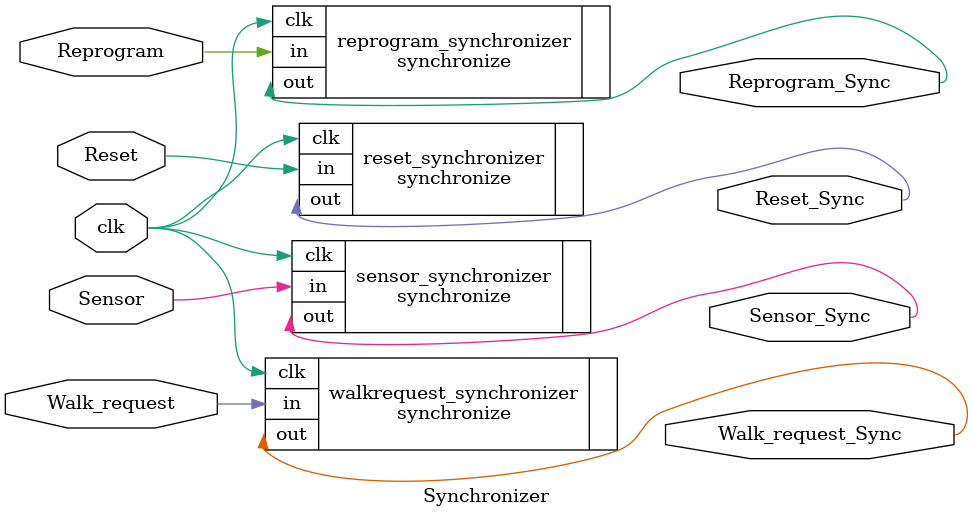
<source format=v>
`timescale 1ns / 1ps
module Synchronizer(clk, Reset, Sensor, Walk_request, Reprogram, Reset_Sync, Sensor_Sync, Walk_request_Sync, Reprogram_Sync);
	
	input clk, Reset, Sensor, Walk_request, Reprogram;
	output Reset_Sync, Sensor_Sync, Walk_request_Sync, Reprogram_Sync;
	
	//wire reset_wire, Walk_request_wire, Reprogram_wire;
	
	//debounce inputs->Reset, Walk_request, Reprogram
	//debounce reset_debouncer(.reset(0), .clock(clk), .noisy(Reset), .clean(reset_wire));
	//debounce walk_request_debouncer(.reset(0), .clock(clk), .noisy(Walk_request), .clean(Walk_request_wire));
	//debounce reprogram_debouncer(.reset(0), .clock(clk), .noisy(Reprogram), .clean(Reprogram_wire));
	
	//synchronize debounced signals
	synchronize reset_synchronizer(.clk(clk),.in(Reset),.out(Reset_Sync));
	
	synchronize sensor_synchronizer(.clk(clk),.in(Sensor),.out(Sensor_Sync));
	
	synchronize walkrequest_synchronizer(.clk(clk),.in(Walk_request),.out(Walk_request_Sync));
	
	synchronize reprogram_synchronizer(.clk(clk),.in(Reprogram),.out(Reprogram_Sync));
	
endmodule

</source>
